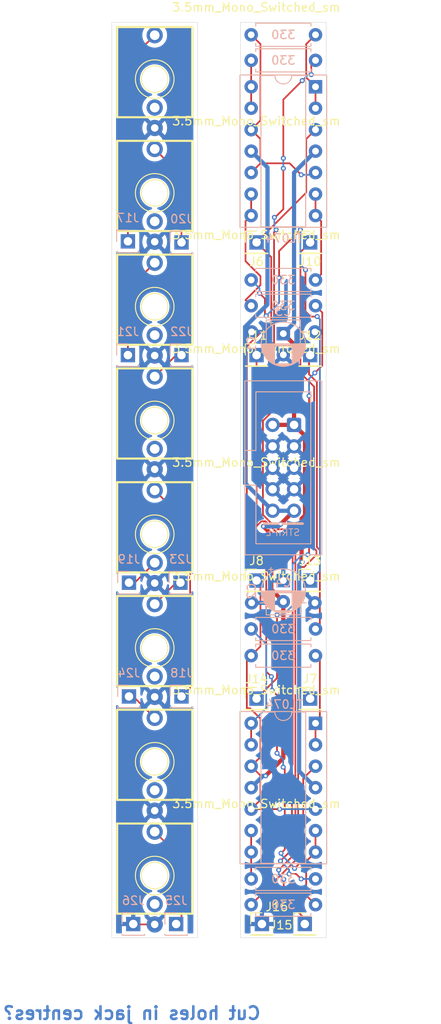
<source format=kicad_pcb>
(kicad_pcb (version 20240108) (generator "pcbnew") (generator_version "8.0")
  (layers (0 "F.Cu" signal) (31 "B.Cu" signal) (34 "B.Paste" user) (35 "F.Paste" user) (36 "B.SilkS" user "B.Silkscreen") (37 "F.SilkS" user "F.Silkscreen") (38 "B.Mask" user) (39 "F.Mask" user) (44 "Edge.Cuts" user))
  (net 0 "")
  (net 1 "+12V")
  (net 2 "GND")
  (net 3 "-12V")
  (net 4 "Net-(U1A--)")
  (net 5 "Net-(U1B--)")
  (net 6 "Net-(U1C--)")
  (net 7 "Net-(U1D--)")
  (net 8 "Net-(U2B-+)")
  (net 9 "Net-(U2A--)")
  (net 10 "Net-(U2B--)")
  (net 11 "Net-(U2C--)")
  (net 12 "Net-(U2D--)")
  (net 13 "GND_S")
  (net 15 "IN1_PIN1_S")
  (net 16 "IN2_PIN1_S")
  (net 17 "IN2_PIN3_S")
  (net 20 "OUT1_PIN1_S")
  (net 22 "OUT2_PIN1_S")
  (net 24 "OUT3_PIN1_S")
  (net 26 "OUT4_PIN1_S")
  (net 28 "OUT5_PIN1_S")
  (net 29 "OUT6_PIN1_S")
  (net 30 "IN2_PIN3_C")
  (net 31 "OUT1_PIN1_C")
  (net 32 "OUT2_PIN1_C")
  (net 33 "OUT3_PIN1_C")
  (net 34 "OUT4_PIN1_C")
  (net 35 "OUT5_PIN1_C")
  (net 36 "OUT6_PIN1_C")
  (net 37 "IN1_PIN1_C")
  (net 38 "IN2_PIN1_C")
  (footprint "Connector_PinHeader_2.54mm:PinHeader_1x01_P2.54mm_Vertical" (layer "F.Cu") (at 118.745 76.835)
    (property "Reference" "J6" (at 0 2.286 0) (layer "F.SilkS"))
    (property "Value" "Conn_01x01_Pin")
    (pad "1" thru_hole rect (at 0 0) (size 1.7 1.7) (drill 1) (layers "*.Cu" "*.Mask") (net 37 "IN1_PIN1_C"))
  )
  (footprint "Connector_PinHeader_2.54mm:PinHeader_1x01_P2.54mm_Vertical" (layer "F.Cu") (at 124.46 157.48)
    (property "Reference" "J15" (at -2.794 0.127 0) (layer "F.SilkS"))
    (property "Value" "Conn_01x01_Pin")
    (pad "1" thru_hole rect (at 0 0) (size 1.7 1.7) (drill 1) (layers "*.Cu" "*.Mask") (net 36 "OUT6_PIN1_C"))
  )
  (footprint "Library:EighthInch_PJ398SM_3mmNPTH" (layer "F.Cu") (at 106.68 111.379 -90)
    (property "Reference" "IN2" (hide yes))
    (property "Value" "3.5mm_Mono_Switched_sm" (at -7.9248 -1.9812 0) (layer "F.SilkS") (effects (justify left bottom)))
    (pad "" np_thru_hole circle (at -0.0127 0 270) (size 3 3) (drill 3) (layers "F&B.Cu" "*.Mask"))
    (pad "1" thru_hole circle (at -5.207 0 270) (size 1.9304 1.9304) (drill 1.143) (layers "*.Cu" "*.Mask") (net 16 "IN2_PIN1_S"))
    (pad "2" thru_hole circle (at 5.7658 0 270) (size 1.9304 1.9304) (drill 0.889) (layers "*.Cu" "*.Mask") (net 13 "GND_S"))
    (pad "3" thru_hole circle (at 3.3528 0 270) (size 1.9304 1.9304) (drill 1.143) (layers "*.Cu" "*.Mask") (net 17 "IN2_PIN3_S"))
  )
  (footprint "Connector_PinHeader_2.54mm:PinHeader_1x01_P2.54mm_Vertical" (layer "F.Cu") (at 125.095 76.835)
    (property "Reference" "J10" (at 0 2.286 0) (layer "F.SilkS"))
    (property "Value" "Conn_01x01_Pin")
    (pad "1" thru_hole rect (at 0 0) (size 1.7 1.7) (drill 1) (layers "*.Cu" "*.Mask") (net 31 "OUT1_PIN1_C"))
  )
  (footprint "Connector_PinHeader_2.54mm:PinHeader_1x01_P2.54mm_Vertical" (layer "F.Cu") (at 118.745 116.84)
    (property "Reference" "J8" (at 0 -2.33 0) (layer "F.SilkS"))
    (property "Value" "Conn_01x01_Pin")
    (pad "1" thru_hole rect (at 0 0) (size 1.7 1.7) (drill 1) (layers "*.Cu" "*.Mask") (net 30 "IN2_PIN3_C"))
  )
  (footprint "Library:EighthInch_PJ398SM_3mmNPTH" (layer "F.Cu") (at 106.68 97.917 -90)
    (property "Reference" "OUT3" (hide yes))
    (property "Value" "3.5mm_Mono_Switched_sm" (at -7.9248 -1.9812 0) (layer "F.SilkS") (effects (justify left bottom)))
    (pad "" np_thru_hole circle (at -0.0127 0 270) (size 3 3) (drill 3) (layers "F&B.Cu" "*.Mask"))
    (pad "1" thru_hole circle (at -5.207 0 270) (size 1.9304 1.9304) (drill 1.143) (layers "*.Cu" "*.Mask") (net 24 "OUT3_PIN1_S"))
    (pad "2" thru_hole circle (at 5.7658 0 270) (size 1.9304 1.9304) (drill 0.889) (layers "*.Cu" "*.Mask") (net 13 "GND_S"))
    (pad "3" thru_hole circle (at 3.3528 0 270) (size 1.9304 1.9304) (drill 1.143) (layers "*.Cu" "*.Mask"))
  )
  (footprint "Connector_PinHeader_2.54mm:PinHeader_1x01_P2.54mm_Vertical" (layer "F.Cu") (at 119.38 157.48)
    (property "Reference" "J16" (at 1.778 -2.032 0) (layer "F.SilkS"))
    (property "Value" "Conn_01x01_Pin")
    (pad "1" thru_hole rect (at 0 0) (size 1.7 1.7) (drill 1) (layers "*.Cu" "*.Mask") (net 2 "GND"))
  )
  (footprint "Connector_PinHeader_2.54mm:PinHeader_1x01_P2.54mm_Vertical" (layer "F.Cu") (at 118.745 90.17)
    (property "Reference" "J11" (at 0 -2.33 0) (layer "F.SilkS"))
    (property "Value" "Conn_01x01_Pin")
    (pad "1" thru_hole rect (at 0 0) (size 1.7 1.7) (drill 1) (layers "*.Cu" "*.Mask") (net 32 "OUT2_PIN1_C"))
  )
  (footprint "Library:EighthInch_PJ398SM_3mmNPTH" (layer "F.Cu") (at 106.68 138.303 -90)
    (property "Reference" "OUT5" (hide yes))
    (property "Value" "3.5mm_Mono_Switched_sm" (at -7.9248 -1.9812 0) (layer "F.SilkS") (effects (justify left bottom)))
    (pad "" np_thru_hole circle (at -0.0127 0 270) (size 3 3) (drill 3) (layers "F&B.Cu" "*.Mask"))
    (pad "1" thru_hole circle (at -5.207 0 270) (size 1.9304 1.9304) (drill 1.143) (layers "*.Cu" "*.Mask") (net 28 "OUT5_PIN1_S"))
    (pad "2" thru_hole circle (at 5.7658 0 270) (size 1.9304 1.9304) (drill 0.889) (layers "*.Cu" "*.Mask") (net 13 "GND_S"))
    (pad "3" thru_hole circle (at 3.3528 0 270) (size 1.9304 1.9304) (drill 1.143) (layers "*.Cu" "*.Mask"))
  )
  (footprint "Library:EighthInch_PJ398SM_3mmNPTH" (layer "F.Cu") (at 106.68 84.455 -90)
    (property "Reference" "OUT2" (hide yes))
    (property "Value" "3.5mm_Mono_Switched_sm" (at -7.9248 -1.9812 0) (layer "F.SilkS") (effects (justify left bottom)))
    (pad "" np_thru_hole circle (at -0.0127 0 270) (size 3 3) (drill 3) (layers "F&B.Cu" "*.Mask"))
    (pad "1" thru_hole circle (at -5.207 0 270) (size 1.9304 1.9304) (drill 1.143) (layers "*.Cu" "*.Mask") (net 22 "OUT2_PIN1_S"))
    (pad "2" thru_hole circle (at 5.7658 0 270) (size 1.9304 1.9304) (drill 0.889) (layers "*.Cu" "*.Mask") (net 13 "GND_S"))
    (pad "3" thru_hole circle (at 3.3528 0 270) (size 1.9304 1.9304) (drill 1.143) (layers "*.Cu" "*.Mask"))
  )
  (footprint "Library:EighthInch_PJ398SM_3mmNPTH" (layer "F.Cu") (at 106.68 57.531 -90)
    (property "Reference" "IN1" (hide yes))
    (property "Value" "3.5mm_Mono_Switched_sm" (at -7.9248 -1.9812 0) (layer "F.SilkS") (effects (justify left bottom)))
    (pad "" np_thru_hole circle (at -0.0127 0 270) (size 3 3) (drill 3) (layers "F&B.Cu" "*.Mask"))
    (pad "1" thru_hole circle (at -5.207 0 270) (size 1.9304 1.9304) (drill 1.143) (layers "*.Cu" "*.Mask") (net 15 "IN1_PIN1_S"))
    (pad "2" thru_hole circle (at 5.7658 0 270) (size 1.9304 1.9304) (drill 0.889) (layers "*.Cu" "*.Mask") (net 13 "GND_S"))
    (pad "3" thru_hole circle (at 3.3528 0 270) (size 1.9304 1.9304) (drill 1.143) (layers "*.Cu" "*.Mask"))
  )
  (footprint "Connector_PinHeader_2.54mm:PinHeader_1x01_P2.54mm_Vertical" (layer "F.Cu") (at 125.095 116.84)
    (property "Reference" "J13" (at 0 -2.33 0) (layer "F.SilkS"))
    (property "Value" "Conn_01x01_Pin")
    (pad "1" thru_hole rect (at 0 0) (size 1.7 1.7) (drill 1) (layers "*.Cu" "*.Mask") (net 34 "OUT4_PIN1_C"))
  )
  (footprint "Connector_PinHeader_2.54mm:PinHeader_1x01_P2.54mm_Vertical" (layer "F.Cu") (at 118.745 130.81)
    (property "Reference" "J14" (at 0 -2.33 0) (layer "F.SilkS"))
    (property "Value" "Conn_01x01_Pin")
    (pad "1" thru_hole rect (at 0 0) (size 1.7 1.7) (drill 1) (layers "*.Cu" "*.Mask") (net 35 "OUT5_PIN1_C"))
  )
  (footprint "Library:EighthInch_PJ398SM_3mmNPTH" (layer "F.Cu") (at 106.68 70.993 -90)
    (property "Reference" "OUT1" (hide yes))
    (property "Value" "3.5mm_Mono_Switched_sm" (at -7.9248 -1.9812 0) (layer "F.SilkS") (effects (justify left bottom)))
    (pad "" np_thru_hole circle (at -0.0127 0 270) (size 3 3) (drill 3) (layers "F&B.Cu" "*.Mask"))
    (pad "1" thru_hole circle (at -5.207 0 270) (size 1.9304 1.9304) (drill 1.143) (layers "*.Cu" "*.Mask") (net 20 "OUT1_PIN1_S"))
    (pad "2" thru_hole circle (at 5.7658 0 270) (size 1.9304 1.9304) (drill 0.889) (layers "*.Cu" "*.Mask") (net 13 "GND_S"))
    (pad "3" thru_hole circle (at 3.3528 0 270) (size 1.9304 1.9304) (drill 1.143) (layers "*.Cu" "*.Mask"))
  )
  (footprint "Library:EighthInch_PJ398SM_3mmNPTH" (layer "F.Cu") (at 106.68 151.765 -90)
    (property "Reference" "OUT6" (hide yes))
    (property "Value" "3.5mm_Mono_Switched_sm" (at -7.9248 -1.9812 0) (layer "F.SilkS") (effects (justify left bottom)))
    (pad "" np_thru_hole circle (at -0.0127 0 270) (size 3 3) (drill 3) (layers "F&B.Cu" "*.Mask"))
    (pad "1" thru_hole circle (at -5.207 0 270) (size 1.9304 1.9304) (drill 1.143) (layers "*.Cu" "*.Mask") (net 29 "OUT6_PIN1_S"))
    (pad "2" thru_hole circle (at 5.7658 0 270) (size 1.9304 1.9304) (drill 0.889) (layers "*.Cu" "*.Mask") (net 13 "GND_S"))
    (pad "3" thru_hole circle (at 3.3528 0 270) (size 1.9304 1.9304) (drill 1.143) (layers "*.Cu" "*.Mask"))
  )
  (footprint "Connector_PinHeader_2.54mm:PinHeader_1x01_P2.54mm_Vertical" (layer "F.Cu") (at 125.095 130.81)
    (property "Reference" "J7" (at 0 -2.33 0) (layer "F.SilkS"))
    (property "Value" "Conn_01x01_Pin")
    (pad "1" thru_hole rect (at 0 0) (size 1.7 1.7) (drill 1) (layers "*.Cu" "*.Mask") (net 38 "IN2_PIN1_C"))
  )
  (footprint "Connector_PinHeader_2.54mm:PinHeader_1x01_P2.54mm_Vertical" (layer "F.Cu") (at 125.095 90.17)
    (property "Reference" "J12" (at 0 -2.33 0) (layer "F.SilkS"))
    (property "Value" "Conn_01x01_Pin")
    (pad "1" thru_hole rect (at 0 0) (size 1.7 1.7) (drill 1) (layers "*.Cu" "*.Mask") (net 33 "OUT3_PIN1_C"))
  )
  (footprint "Library:EighthInch_PJ398SM_3mmNPTH" (layer "F.Cu") (at 106.68 124.841 -90)
    (property "Reference" "OUT4" (hide yes))
    (property "Value" "3.5mm_Mono_Switched_sm" (at -7.9248 -1.9812 0) (layer "F.SilkS") (effects (justify left bottom)))
    (pad "" np_thru_hole circle (at -0.0127 0 270) (size 3 3) (drill 3) (layers "F&B.Cu" "*.Mask"))
    (pad "1" thru_hole circle (at -5.207 0 270) (size 1.9304 1.9304) (drill 1.143) (layers "*.Cu" "*.Mask") (net 26 "OUT4_PIN1_S"))
    (pad "2" thru_hole circle (at 5.7658 0 270) (size 1.9304 1.9304) (drill 0.889) (layers "*.Cu" "*.Mask") (net 13 "GND_S"))
    (pad "3" thru_hole circle (at 3.3528 0 270) (size 1.9304 1.9304) (drill 1.143) (layers "*.Cu" "*.Mask"))
  )
  (footprint "Resistor_THT:R_Axial_DIN0207_L6.3mm_D2.5mm_P7.62mm_Horizontal" (layer "B.Cu") (at 118.11 55.2958)
    (property "Reference" "R8" (hide yes))
    (property "Value" "330" (at 3.81 0 0) (layer "B.SilkS") (effects (justify mirror)))
    (pad "1" thru_hole circle (at 0 0) (size 1.6 1.6) (drill 0.8) (layers "*.Cu" "*.Mask") (net 12 "Net-(U2D--)"))
    (pad "2" thru_hole oval (at 7.62 0) (size 1.6 1.6) (drill 0.8) (layers "*.Cu" "*.Mask") (net 36 "OUT6_PIN1_C"))
  )
  (footprint "Connector_PinSocket_2.54mm:PinSocket_1x01_P2.54mm_Vertical" (layer "B.Cu") (at 103.505 90.17 180)
    (property "Reference" "J21" (at 0 2.77 180) (layer "B.SilkS") (effects (justify mirror)))
    (property "Value" "Conn_01x01_Socket")
    (pad "1" thru_hole rect (at 0 0 180) (size 1.7 1.7) (drill 1) (layers "*.Cu" "*.Mask") (net 22 "OUT2_PIN1_S"))
  )
  (footprint "Connector_PinSocket_2.54mm:PinSocket_1x01_P2.54mm_Vertical" (layer "B.Cu") (at 109.855 90.17 180)
    (property "Reference" "J22" (at 0 2.77 180) (layer "B.SilkS") (effects (justify mirror)))
    (property "Value" "Conn_01x01_Socket")
    (pad "1" thru_hole rect (at 0 0 180) (size 1.7 1.7) (drill 1) (layers "*.Cu" "*.Mask") (net 24 "OUT3_PIN1_S"))
  )
  (footprint "Connector_PinSocket_2.54mm:PinSocket_1x01_P2.54mm_Vertical" (layer "B.Cu") (at 109.855 76.835 180)
    (property "Reference" "J20" (at 0 2.77 180) (layer "B.SilkS") (effects (justify mirror)))
    (property "Value" "Conn_01x01_Socket")
    (pad "1" thru_hole rect (at 0 0 180) (size 1.7 1.7) (drill 1) (layers "*.Cu" "*.Mask") (net 20 "OUT1_PIN1_S"))
  )
  (footprint "Library:IDC-Header_2x05_P2.54mm_Vertical_Euro_Power_Striped" (layer "B.Cu") (at 123.19 98.425 180)
    (property "Reference" "J9" (hide yes))
    (property "Value" "Eurorack_Power_10pin_Unshrouded" (hide yes))
    (fp_text user "STRIPE" (at -0.759 -13.196 0) (layer "B.SilkS") (effects (font (size 0.8 0.8) (thickness 0.1)) (justify left bottom mirror)))
    (pad "1" thru_hole roundrect (at 0 0 180) (size 1.7 1.7) (drill 1) (layers "*.Cu" "*.Mask") (roundrect_rratio 0.147059) (net 1 "+12V"))
    (pad "2" thru_hole circle (at 2.54 0 180) (size 1.7 1.7) (drill 1) (layers "*.Cu" "*.Mask") (net 1 "+12V"))
    (pad "3" thru_hole circle (at 0 -2.54 180) (size 1.7 1.7) (drill 1) (layers "*.Cu" "*.Mask") (net 2 "GND"))
    (pad "4" thru_hole circle (at 2.54 -2.54 180) (size 1.7 1.7) (drill 1) (layers "*.Cu" "*.Mask") (net 2 "GND"))
    (pad "5" thru_hole circle (at 0 -5.08 180) (size 1.7 1.7) (drill 1) (layers "*.Cu" "*.Mask") (net 2 "GND"))
    (pad "6" thru_hole circle (at 2.54 -5.08 180) (size 1.7 1.7) (drill 1) (layers "*.Cu" "*.Mask") (net 2 "GND"))
    (pad "7" thru_hole circle (at 0 -7.62 180) (size 1.7 1.7) (drill 1) (layers "*.Cu" "*.Mask") (net 2 "GND"))
    (pad "8" thru_hole circle (at 2.54 -7.62 180) (size 1.7 1.7) (drill 1) (layers "*.Cu" "*.Mask") (net 2 "GND"))
    (pad "9" thru_hole circle (at 0 -10.16 180) (size 1.7 1.7) (drill 1) (layers "*.Cu" "*.Mask") (net 3 "-12V"))
    (pad "10" thru_hole circle (at 2.54 -10.16 180) (size 1.7 1.7) (drill 1) (layers "*.Cu" "*.Mask") (net 3 "-12V"))
  )
  (footprint "Resistor_THT:R_Axial_DIN0207_L6.3mm_D2.5mm_P7.62mm_Horizontal" (layer "B.Cu") (at 125.73 155.194 180)
    (property "Reference" "R2" (hide yes))
    (property "Value" "330" (at 3.81 0 180) (layer "B.SilkS") (effects (justify mirror)))
    (pad "1" thru_hole circle (at 0 0 180) (size 1.6 1.6) (drill 0.8) (layers "*.Cu" "*.Mask") (net 5 "Net-(U1B--)"))
    (pad "2" thru_hole oval (at 7.62 0 180) (size 1.6 1.6) (drill 0.8) (layers "*.Cu" "*.Mask") (net 31 "OUT1_PIN1_C"))
  )
  (footprint "Connector_PinSocket_2.54mm:PinSocket_1x01_P2.54mm_Vertical" (layer "B.Cu") (at 103.632 117.094 180)
    (property "Reference" "J19" (at 0 2.77 180) (layer "B.SilkS") (effects (justify mirror)))
    (property "Value" "Conn_01x01_Socket")
    (pad "1" thru_hole rect (at 0 0 180) (size 1.7 1.7) (drill 1) (layers "*.Cu" "*.Mask") (net 17 "IN2_PIN3_S"))
  )
  (footprint "Connector_PinSocket_2.54mm:PinSocket_1x01_P2.54mm_Vertical" (layer "B.Cu") (at 104.14 157.48 180)
    (property "Reference" "J26" (at 0 2.77 180) (layer "B.SilkS") (effects (justify mirror)))
    (property "Value" "Conn_01x01_Socket")
    (pad "1" thru_hole rect (at 0 0 180) (size 1.7 1.7) (drill 1) (layers "*.Cu" "*.Mask") (net 13 "GND_S"))
  )
  (footprint "Resistor_THT:R_Axial_DIN0207_L6.3mm_D2.5mm_P7.62mm_Horizontal" (layer "B.Cu") (at 118.11 122.575)
    (property "Reference" "R4" (hide yes))
    (property "Value" "330" (at 3.81 0 0) (layer "B.SilkS") (effects (justify mirror)))
    (pad "1" thru_hole circle (at 0 0) (size 1.6 1.6) (drill 0.8) (layers "*.Cu" "*.Mask") (net 7 "Net-(U1D--)"))
    (pad "2" thru_hole oval (at 7.62 0) (size 1.6 1.6) (drill 0.8) (layers "*.Cu" "*.Mask") (net 33 "OUT3_PIN1_C"))
  )
  (footprint "Package_DIP:DIP-14_W7.62mm_Socket" (layer "B.Cu") (at 125.73 133.731 180)
    (property "Reference" "U1" (hide yes))
    (property "Value" "TL074" (at 3.7084 2.2352 180) (layer "B.SilkS") (effects (justify mirror)))
    (pad "1" thru_hole rect (at 0 0 180) (size 1.6 1.6) (drill 0.8) (layers "*.Cu" "*.Mask") (net 4 "Net-(U1A--)"))
    (pad "2" thru_hole oval (at 0 -2.54 180) (size 1.6 1.6) (drill 0.8) (layers "*.Cu" "*.Mask") (net 4 "Net-(U1A--)"))
    (pad "3" thru_hole oval (at 0 -5.08 180) (size 1.6 1.6) (drill 0.8) (layers "*.Cu" "*.Mask") (net 37 "IN1_PIN1_C"))
    (pad "4" thru_hole oval (at 0 -7.62 180) (size 1.6 1.6) (drill 0.8) (layers "*.Cu" "*.Mask") (net 1 "+12V"))
    (pad "5" thru_hole oval (at 0 -10.16 180) (size 1.6 1.6) (drill 0.8) (layers "*.Cu" "*.Mask") (net 30 "IN2_PIN3_C"))
    (pad "6" thru_hole oval (at 0 -12.7 180) (size 1.6 1.6) (drill 0.8) (layers "*.Cu" "*.Mask") (net 5 "Net-(U1B--)"))
    (pad "7" thru_hole oval (at 0 -15.24 180) (size 1.6 1.6) (drill 0.8) (layers "*.Cu" "*.Mask") (net 5 "Net-(U1B--)"))
    (pad "8" thru_hole oval (at 7.62 -15.24 180) (size 1.6 1.6) (drill 0.8) (layers "*.Cu" "*.Mask") (net 6 "Net-(U1C--)"))
    (pad "9" thru_hole oval (at 7.62 -12.7 180) (size 1.6 1.6) (drill 0.8) (layers "*.Cu" "*.Mask") (net 6 "Net-(U1C--)"))
    (pad "10" thru_hole oval (at 7.62 -10.16 180) (size 1.6 1.6) (drill 0.8) (layers "*.Cu" "*.Mask") (net 30 "IN2_PIN3_C"))
    (pad "11" thru_hole oval (at 7.62 -7.62 180) (size 1.6 1.6) (drill 0.8) (layers "*.Cu" "*.Mask") (net 3 "-12V"))
    (pad "12" thru_hole oval (at 7.62 -5.08 180) (size 1.6 1.6) (drill 0.8) (layers "*.Cu" "*.Mask") (net 30 "IN2_PIN3_C"))
    (pad "13" thru_hole oval (at 7.62 -2.54 180) (size 1.6 1.6) (drill 0.8) (layers "*.Cu" "*.Mask") (net 7 "Net-(U1D--)"))
    (pad "14" thru_hole oval (at 7.62 0 180) (size 1.6 1.6) (drill 0.8) (layers "*.Cu" "*.Mask") (net 7 "Net-(U1D--)"))
  )
  (footprint "Resistor_THT:R_Axial_DIN0207_L6.3mm_D2.5mm_P7.62mm_Horizontal" (layer "B.Cu") (at 125.73 81.28 180)
    (property "Reference" "R6" (hide yes))
    (property "Value" "330" (at 3.81 0 180) (layer "B.SilkS") (effects (justify mirror)))
    (pad "1" thru_hole circle (at 0 0 180) (size 1.6 1.6) (drill 0.8) (layers "*.Cu" "*.Mask") (net 10 "Net-(U2B--)"))
    (pad "2" thru_hole oval (at 7.62 0 180) (size 1.6 1.6) (drill 0.8) (layers "*.Cu" "*.Mask") (net 34 "OUT4_PIN1_C"))
  )
  (footprint "Connector_PinSocket_2.54mm:PinSocket_1x01_P2.54mm_Vertical" (layer "B.Cu") (at 103.632 130.556 180)
    (property "Reference" "J24" (at 0 2.77 180) (layer "B.SilkS") (effects (justify mirror)))
    (property "Value" "Conn_01x01_Socket")
    (pad "1" thru_hole rect (at 0 0 180) (size 1.7 1.7) (drill 1) (layers "*.Cu" "*.Mask") (net 28 "OUT5_PIN1_S"))
  )
  (footprint "Connector_PinSocket_2.54mm:PinSocket_1x01_P2.54mm_Vertical" (layer "B.Cu") (at 109.855 130.556 180)
    (property "Reference" "J18" (at 0 2.77 180) (layer "B.SilkS") (effects (justify mirror)))
    (property "Value" "Conn_01x01_Socket")
    (pad "1" thru_hole rect (at 0 0 180) (size 1.7 1.7) (drill 1) (layers "*.Cu" "*.Mask") (net 16 "IN2_PIN1_S"))
  )
  (footprint "Resistor_THT:R_Axial_DIN0207_L6.3mm_D2.5mm_P7.62mm_Horizontal" (layer "B.Cu") (at 118.11 84.328)
    (property "Reference" "R7" (hide yes))
    (property "Value" "330" (at 3.81 0 0) (layer "B.SilkS") (effects (justify mirror)))
    (pad "1" thru_hole circle (at 0 0) (size 1.6 1.6) (drill 0.8) (layers "*.Cu" "*.Mask") (net 11 "Net-(U2C--)"))
    (pad "2" thru_hole oval (at 7.62 0) (size 1.6 1.6) (drill 0.8) (layers "*.Cu" "*.Mask") (net 35 "OUT5_PIN1_C"))
  )
  (footprint "Capacitor_THT:CP_Radial_D5.0mm_P2.50mm" (layer "B.Cu") (at 121.92 87.63 -90)
    (property "Reference" "C1" (at 1.25 3.75 -90) (layer "B.SilkS") (effects (justify mirror)))
    (property "Value" "10u")
    (pad "1" thru_hole rect (at 0 0 270) (size 1.6 1.6) (drill 0.8) (layers "*.Cu" "*.Mask") (net 1 "+12V"))
    (pad "2" thru_hole circle (at 2.5 0 270) (size 1.6 1.6) (drill 0.8) (layers "*.Cu" "*.Mask") (net 2 "GND"))
  )
  (footprint "Resistor_THT:R_Axial_DIN0207_L6.3mm_D2.5mm_P7.62mm_Horizontal" (layer "B.Cu") (at 125.73 125.73 180)
    (property "Reference" "R1" (hide yes))
    (property "Value" "330" (at 3.81 0 180) (layer "B.SilkS") (effects (justify mirror)))
    (pad "1" thru_hole circle (at 0 0 180) (size 1.6 1.6) (drill 0.8) (layers "*.Cu" "*.Mask") (net 4 "Net-(U1A--)"))
    (pad "2" thru_hole oval (at 7.62 0 180) (size 1.6 1.6) (drill 0.8) (layers "*.Cu" "*.Mask") (net 30 "IN2_PIN3_C"))
  )
  (footprint "Connector_PinSocket_2.54mm:PinSocket_1x01_P2.54mm_Vertical" (layer "B.Cu") (at 103.505 76.708 180)
    (property "Reference" "J17" (at 0 2.77 180) (layer "B.SilkS") (effects (justify mirror)))
    (property "Value" "Conn_01x01_Socket")
    (pad "1" thru_hole rect (at 0 0 180) (size 1.7 1.7) (drill 1) (layers "*.Cu" "*.Mask") (net 15 "IN1_PIN1_S"))
  )
  (footprint "Resistor_THT:R_Axial_DIN0207_L6.3mm_D2.5mm_P7.62mm_Horizontal" (layer "B.Cu") (at 125.73 52.2732 180)
    (property "Reference" "R5" (hide yes))
    (property "Value" "330" (at 3.81 0 180) (layer "B.SilkS") (effects (justify mirror)))
    (pad "1" thru_hole circle (at 0 0 180) (size 1.6 1.6) (drill 0.8) (layers "*.Cu" "*.Mask") (net 9 "Net-(U2A--)"))
    (pad "2" thru_hole oval (at 7.62 0 180) (size 1.6 1.6) (drill 0.8) (layers "*.Cu" "*.Mask") (net 8 "Net-(U2B-+)"))
  )
  (footprint "Capacitor_THT:C_Axial_L3.8mm_D2.6mm_P7.50mm_Horizontal" (layer "B.Cu") (at 125.6608 119.4816 180)
    (property "Reference" "C4" (at 3.75 2.42 180) (layer "B.SilkS") (effects (justify mirror)))
    (property "Value" "100n")
    (pad "1" thru_hole circle (at 0 0 180) (size 1.6 1.6) (drill 0.8) (layers "*.Cu" "*.Mask") (net 2 "GND"))
    (pad "2" thru_hole oval (at 7.5 0 180) (size 1.6 1.6) (drill 0.8) (layers "*.Cu" "*.Mask") (net 3 "-12V"))
  )
  (footprint "Connector_PinSocket_2.54mm:PinSocket_1x01_P2.54mm_Vertical" (layer "B.Cu") (at 109.728 117.094 180)
    (property "Reference" "J23" (at 0 2.77 180) (layer "B.SilkS") (effects (justify mirror)))
    (property "Value" "Conn_01x01_Socket")
    (pad "1" thru_hole rect (at 0 0 180) (size 1.7 1.7) (drill 1) (layers "*.Cu" "*.Mask") (net 26 "OUT4_PIN1_S"))
  )
  (footprint "Capacitor_THT:C_Axial_L3.8mm_D2.6mm_P7.50mm_Horizontal" (layer "B.Cu") (at 125.6608 87.4268 180)
    (property "Reference" "C3" (at 3.75 2.42 180) (layer "B.SilkS") (effects (justify mirror)))
    (property "Value" "100n")
    (pad "1" thru_hole circle (at 0 0 180) (size 1.6 1.6) (drill 0.8) (layers "*.Cu" "*.Mask") (net 1 "+12V"))
    (pad "2" thru_hole oval (at 7.5 0 180) (size 1.6 1.6) (drill 0.8) (layers "*.Cu" "*.Mask") (net 2 "GND"))
  )
  (footprint "Package_DIP:DIP-14_W7.62mm_Socket" (layer "B.Cu") (at 125.73 58.42 180)
    (property "Reference" "U2" (hide yes))
    (property "Value" "TL074" (at 3.7084 -17.9324 180) (layer "B.SilkS") (effects (justify mirror)))
    (pad "1" thru_hole rect (at 0 0 180) (size 1.6 1.6) (drill 0.8) (layers "*.Cu" "*.Mask") (net 9 "Net-(U2A--)"))
    (pad "2" thru_hole oval (at 0 -2.54 180) (size 1.6 1.6) (drill 0.8) (layers "*.Cu" "*.Mask") (net 9 "Net-(U2A--)"))
    (pad "3" thru_hole oval (at 0 -5.08 180) (size 1.6 1.6) (drill 0.8) (layers "*.Cu" "*.Mask") (net 37 "IN1_PIN1_C"))
    (pad "4" thru_hole oval (at 0 -7.62 180) (size 1.6 1.6) (drill 0.8) (layers "*.Cu" "*.Mask") (net 1 "+12V"))
    (pad "5" thru_hole oval (at 0 -10.16 180) (size 1.6 1.6) (drill 0.8) (layers "*.Cu" "*.Mask") (net 8 "Net-(U2B-+)"))
    (pad "6" thru_hole oval (at 0 -12.7 180) (size 1.6 1.6) (drill 0.8) (layers "*.Cu" "*.Mask") (net 10 "Net-(U2B--)"))
    (pad "7" thru_hole oval (at 0 -15.24 180) (size 1.6 1.6) (drill 0.8) (layers "*.Cu" "*.Mask") (net 10 "Net-(U2B--)"))
    (pad "8" thru_hole oval (at 7.62 -15.24 180) (size 1.6 1.6) (drill 0.8) (layers "*.Cu" "*.Mask") (net 11 "Net-(U2C--)"))
    (pad "9" thru_hole oval (at 7.62 -12.7 180) (size 1.6 1.6) (drill 0.8) (layers "*.Cu" "*.Mask") (net 11 "Net-(U2C--)"))
    (pad "10" thru_hole oval (at 7.62 -10.16 180) (size 1.6 1.6) (drill 0.8) (layers "*.Cu" "*.Mask") (net 8 "Net-(U2B-+)"))
    (pad "11" thru_hole oval (at 7.62 -7.62 180) (size 1.6 1.6) (drill 0.8) (layers "*.Cu" "*.Mask") (net 3 "-12V"))
    (pad "12" thru_hole oval (at 7.62 -5.08 180) (size 1.6 1.6) (drill 0.8) (layers "*.Cu" "*.Mask") (net 8 "Net-(U2B-+)"))
    (pad "13" thru_hole oval (at 7.62 -2.54 180) (size 1.6 1.6) (drill 0.8) (layers "*.Cu" "*.Mask") (net 12 "Net-(U2D--)"))
    (pad "14" thru_hole oval (at 7.62 0 180) (size 1.6 1.6) (drill 0.8) (layers "*.Cu" "*.Mask") (net 12 "Net-(U2D--)"))
  )
  (footprint "Resistor_THT:R_Axial_DIN0207_L6.3mm_D2.5mm_P7.62mm_Horizontal" (layer "B.Cu") (at 118.11 152.146)
    (property "Reference" "R3" (hide yes))
    (property "Value" "330" (at 3.81 0 0) (layer "B.SilkS") (effects (justify mirror)))
    (pad "1" thru_hole circle (at 0 0) (size 1.6 1.6) (drill 0.8) (layers "*.Cu" "*.Mask") (net 6 "Net-(U1C--)"))
    (pad "2" thru_hole oval (at 7.62 0) (size 1.6 1.6) (drill 0.8) (layers "*.Cu" "*.Mask") (net 32 "OUT2_PIN1_C"))
  )
  (footprint "Capacitor_THT:CP_Radial_D5.0mm_P2.50mm" (layer "B.Cu") (at 121.92 116.84 -90)
    (property "Reference" "C2" (at 1.25 3.75 -90) (layer "B.SilkS") (effects (justify mirror)))
    (property "Value" "10u")
    (pad "1" thru_hole rect (at 0 0 270) (size 1.6 1.6) (drill 0.8) (layers "*.Cu" "*.Mask") (net 2 "GND"))
    (pad "2" thru_hole circle (at 2.5 0 270) (size 1.6 1.6) (drill 0.8) (layers "*.Cu" "*.Mask") (net 3 "-12V"))
  )
  (footprint "Connector_PinSocket_2.54mm:PinSocket_1x01_P2.54mm_Vertical" (layer "B.Cu") (at 109.22 157.48 180)
    (property "Reference" "J25" (at 0 2.77 180) (layer "B.SilkS") (effects (justify mirror)))
    (property "Value" "Conn_01x01_Socket")
    (pad "1" thru_hole rect (at 0 0 180) (size 1.7 1.7) (drill 1) (layers "*.Cu" "*.Mask") (net 29 "OUT6_PIN1_S"))
  )
  (gr_rect (start 116.84 50.8) (end 127 159.1) (stroke (width 0.05)) (fill none) (layer "Edge.Cuts"))
  (gr_rect (start 101.6 50.8) (end 111.76 159.1) (stroke (width 0.05)) (fill none) (layer "Edge.Cuts"))
  (gr_text "Cut holes in jack centres?" (at 119.38 168.91 0) (layer "B.Cu") (effects (font (size 1.5 1.5) (thickness 0.3) (bold yes)) (justify left bottom mirror)))
  (segment (start 120.65 98.425) (end 123.19 98.425) (width 0.5) (layer "F.Cu") (net 1))
  (segment (start 124.079 109.534478) (end 124.079 114.575473) (width 0.5) (layer "F.Cu") (net 1))
  (segment (start 124.49 109.123478) (end 124.079 109.534478) (width 0.5) (layer "F.Cu") (net 1))
  (segment (start 123.19 88.9) (end 121.92 87.63) (width 0.5) (layer "F.Cu") (net 1))
  (segment (start 124.079 114.575473) (end 124.145 114.641473) (width 0.5) (layer "F.Cu") (net 1))
  (segment (start 123.19 98.425) (end 123.19 88.9) (width 0.5) (layer "F.Cu") (net 1))
  (segment (start 123.19 98.425) (end 124.49 99.725) (width 0.5) (layer "F.Cu") (net 1))
  (segment (start 124.49 99.725) (end 124.49 109.123478) (width 0.5) (layer "F.Cu") (net 1))
  (via (at 124.145 114.641473) (size 0.6) (drill 0.3) (layers "F.Cu" "B.Cu") (net 1))
  (segment (start 123.795 139.416) (end 125.73 141.351) (width 0.5) (layer "B.Cu") (net 1))
  (segment (start 123.19 86.36) (end 121.92 87.63) (width 0.5) (layer "B.Cu") (net 1))
  (segment (start 124.145 114.641473) (end 123.795 114.991473) (width 0.5) (layer "B.Cu") (net 1))
  (segment (start 125.73 66.04) (end 123.19 68.58) (width 0.5) (layer "B.Cu") (net 1))
  (segment (start 123.795 114.991473) (end 123.795 139.416) (width 0.5) (layer "B.Cu") (net 1))
  (segment (start 123.19 68.58) (end 123.19 86.36) (width 0.5) (layer "B.Cu") (net 1))
  (segment (start 121.594592 110.180408) (end 123.19 108.585) (width 0.5) (layer "F.Cu") (net 3))
  (segment (start 121.92 137.844) (end 119.81 139.954) (width 0.5) (layer "F.Cu") (net 3))
  (segment (start 120.495 111.367324) (end 120.495 117.915) (width 0.5) (layer "F.Cu") (net 3))
  (segment (start 121.92 119.34) (end 121.92 137.844) (width 0.5) (layer "F.Cu") (net 3))
  (segment (start 120.495 117.915) (end 121.92 119.34) (width 0.5) (layer "F.Cu") (net 3))
  (segment (start 119.562338 110.434662) (end 120.495 111.367324) (width 0.5) (layer "F.Cu") (net 3))
  (via (at 121.594592 110.180408) (size 0.6) (drill 0.3) (layers "F.Cu" "B.Cu") (net 3))
  (via (at 119.562338 110.434662) (size 0.6) (drill 0.3) (layers "F.Cu" "B.Cu") (net 3))
  (via (at 119.81 139.954) (size 0.6) (drill 0.3) (layers "F.Cu" "B.Cu") (net 3))
  (segment (start 121.340338 110.434662) (end 121.594592 110.180408) (width 0.5) (layer "B.Cu") (net 3))
  (segment (start 118.1608 119.4816) (end 121.7784 119.4816) (width 0.5) (layer "B.Cu") (net 3))
  (segment (start 117.39 105.325) (end 117.39 86.826) (width 0.5) (layer "B.Cu") (net 3))
  (segment (start 120.045 67.975) (end 118.11 66.04) (width 0.5) (layer "B.Cu") (net 3))
  (segment (start 123.19 108.585) (end 120.65 108.585) (width 0.5) (layer "B.Cu") (net 3))
  (segment (start 119.507 139.954) (end 118.11 141.351) (width 0.5) (layer "B.Cu") (net 3))
  (segment (start 119.81 139.954) (end 119.507 139.954) (width 0.5) (layer "B.Cu") (net 3))
  (segment (start 117.39 86.826) (end 120.045 84.171) (width 0.5) (layer "B.Cu") (net 3))
  (segment (start 120.65 108.585) (end 117.39 105.325) (width 0.5) (layer "B.Cu") (net 3))
  (segment (start 119.562338 110.434662) (end 121.340338 110.434662) (width 0.5) (layer "B.Cu") (net 3))
  (segment (start 120.045 84.171) (end 120.045 67.975) (width 0.5) (layer "B.Cu") (net 3))
  (segment (start 121.7784 119.4816) (end 121.92 119.34) (width 0.5) (layer "B.Cu") (net 3))
  (segment (start 126.245 126.245) (end 125.73 125.73) (width 0.2) (layer "F.Cu") (net 4))
  (segment (start 126.245 133.216) (end 126.245 126.245) (width 0.2) (layer "F.Cu") (net 4))
  (segment (start 125.73 136.271) (end 125.73 133.731) (width 0.2) (layer "F.Cu") (net 4))
  (segment (start 125.73 133.731) (end 126.245 133.216) (width 0.2) (layer "F.Cu") (net 4))
  (segment (start 124.63 150.071) (end 125.73 148.971) (width 0.2) (layer "F.Cu") (net 5))
  (segment (start 125.73 148.971) (end 125.73 146.431) (width 0.2) (layer "F.Cu") (net 5))
  (segment (start 124.63 154.094) (end 124.63 150.071) (width 0.2) (layer "F.Cu") (net 5))
  (segment (start 125.73 155.194) (end 124.63 154.094) (width 0.2) (layer "F.Cu") (net 5))
  (segment (start 118.11 152.146) (end 118.11 148.971) (width 0.2) (layer "F.Cu") (net 6))
  (segment (start 118.11 148.971) (end 118.11 146.431) (width 0.2) (layer "F.Cu") (net 6))
  (segment (start 118.11 136.271) (end 118.11 133.731) (width 0.2) (layer "F.Cu") (net 7))
  (segment (start 118.11 122.575) (end 119.895 124.36) (width 0.2) (layer "B.Cu") (net 7))
  (segment (start 119.895 124.36) (end 119.895 131.946) (width 0.2) (layer "B.Cu") (net 7))
  (segment (start 119.895 131.946) (end 118.11 133.731) (width 0.2) (layer "B.Cu") (net 7))
  (segment (start 119.21 67.48) (end 119.21 64.6) (width 0.2) (layer "F.Cu") (net 8))
  (segment (start 118.11 63.5) (end 119.21 62.4) (width 0.2) (layer "F.Cu") (net 8))
  (segment (start 119.21 64.6) (end 118.11 63.5) (width 0.2) (layer "F.Cu") (net 8))
  (segment (start 119.21 62.4) (end 119.21 53.3732) (width 0.2) (layer "F.Cu") (net 8))
  (segment (start 118.11 68.58) (end 119.21 67.48) (width 0.2) (layer "F.Cu") (net 8))
  (segment (start 122.676 67.48) (end 124.03 68.834) (width 0.2) (layer "F.Cu") (net 8))
  (segment (start 119.21 53.3732) (end 118.11 52.2732) (width 0.2) (layer "F.Cu") (net 8))
  (segment (start 119.21 67.48) (end 122.676 67.48) (width 0.2) (layer "F.Cu") (net 8))
  (via (at 124.03 68.834) (size 0.6) (drill 0.3) (layers "F.Cu" "B.Cu") (net 8))
  (segment (start 125.476 68.834) (end 125.73 68.58) (width 0.2) (layer "B.Cu") (net 8))
  (segment (start 124.03 68.834) (end 125.476 68.834) (width 0.2) (layer "B.Cu") (net 8))
  (segment (start 124.63 57.32) (end 124.63 53.3732) (width 0.2) (layer "F.Cu") (net 9))
  (segment (start 125.73 58.42) (end 124.63 57.32) (width 0.2) (layer "F.Cu") (net 9))
  (segment (start 124.63 53.3732) (end 125.73 52.2732) (width 0.2) (layer "F.Cu") (net 9))
  (segment (start 125.73 58.42) (end 125.73 60.96) (width 0.2) (layer "F.Cu") (net 9))
  (segment (start 125.73 81.28) (end 126.4 80.61) (width 0.2) (layer "F.Cu") (net 10))
  (segment (start 126.4 80.61) (end 126.4 74.33) (width 0.2) (layer "F.Cu") (net 10))
  (segment (start 126.4 74.33) (end 125.73 73.66) (width 0.2) (layer "F.Cu") (net 10))
  (segment (start 125.73 73.66) (end 125.73 71.12) (width 0.2) (layer "F.Cu") (net 10))
  (segment (start 117.44 74.33) (end 118.11 73.66) (width 0.2) (layer "F.Cu") (net 11))
  (segment (start 119.21 81.888) (end 119.21 80.824365) (width 0.2) (layer "F.Cu") (net 11))
  (segment (start 117.44 83.658) (end 119.21 81.888) (width 0.2) (layer "F.Cu") (net 11))
  (segment (start 118.11 73.66) (end 118.11 71.12) (width 0.2) (layer "F.Cu") (net 11))
  (segment (start 119.21 80.824365) (end 117.44 79.054365) (width 0.2) (layer "F.Cu") (net 11))
  (segment (start 118.11 84.328) (end 117.44 83.658) (width 0.2) (layer "F.Cu") (net 11))
  (segment (start 117.44 79.054365) (end 117.44 74.33) (width 0.2) (layer "F.Cu") (net 11))
  (segment (start 118.11 60.96) (end 118.11 58.42) (width 0.2) (layer "F.Cu") (net 12))
  (segment (start 118.11 58.42) (end 118.11 55.2958) (width 0.2) (layer "F.Cu") (net 12))
  (segment (start 104.1908 157.5308) (end 104.14 157.48) (width 0.2) (layer "F.Cu") (net 13))
  (segment (start 106.68 157.5308) (end 104.1908 157.5308) (width 0.2) (layer "F.Cu") (net 13))
  (segment (start 103.5558 157.5308) (end 103.505 157.48) (width 0.2) (layer "F.Cu") (net 13))
  (segment (start 103.505 55.499) (end 103.505 76.708) (width 0.2) (layer "F.Cu") (net 15))
  (segment (start 106.68 52.324) (end 103.505 55.499) (width 0.2) (layer "F.Cu") (net 15))
  (segment (start 110.878 129.533) (end 110.878 110.37) (width 0.2) (layer "F.Cu") (net 16))
  (segment (start 110.878 110.37) (end 106.68 106.172) (width 0.2) (layer "F.Cu") (net 16))
  (segment (start 109.855 130.556) (end 110.878 129.533) (width 0.2) (layer "F.Cu") (net 16))
  (segment (start 104.3178 117.094) (end 106.68 114.7318) (width 0.2) (layer "F.Cu") (net 17))
  (segment (start 103.632 117.094) (end 104.3178 117.094) (width 0.2) (layer "F.Cu") (net 17))
  (segment (start 106.68 65.786) (end 109.855 68.961) (width 0.2) (layer "F.Cu") (net 20))
  (segment (start 109.855 68.961) (end 109.855 76.835) (width 0.2) (layer "F.Cu") (net 20))
  (segment (start 103.505 82.423) (end 103.505 90.17) (width 0.2) (layer "F.Cu") (net 22))
  (segment (start 106.68 79.248) (end 103.505 82.423) (width 0.2) (layer "F.Cu") (net 22))
  (segment (start 109.855 90.17) (end 109.22 90.17) (width 0.2) (layer "F.Cu") (net 24))
  (segment (start 109.22 90.17) (end 106.68 92.71) (width 0.2) (layer "F.Cu") (net 24))
  (segment (start 106.68 119.634) (end 109.22 117.094) (width 0.2) (layer "F.Cu") (net 26))
  (segment (start 109.22 117.094) (end 109.728 117.094) (width 0.2) (layer "F.Cu") (net 26))
  (segment (start 104.14 130.556) (end 106.68 133.096) (width 0.2) (layer "F.Cu") (net 28))
  (segment (start 103.632 130.556) (end 104.14 130.556) (width 0.2) (layer "F.Cu") (net 28))
  (segment (start 109.855 149.733) (end 109.855 157.48) (width 0.2) (layer "F.Cu") (net 29))
  (segment (start 106.68 146.558) (end 109.855 149.733) (width 0.2) (layer "F.Cu") (net 29))
  (segment (start 118.11 138.811) (end 119.21 137.711) (width 0.2) (layer "F.Cu") (net 30))
  (segment (start 119.21 117.305) (end 119.21 124.63) (width 0.2) (layer "F.Cu") (net 30))
  (segment (start 119.21 142.791) (end 119.21 139.911) (width 0.2) (layer "F.Cu") (net 30))
  (segment (start 119.21 139.911) (end 118.11 138.811) (width 0.2) (layer "F.Cu") (net 30))
  (segment (start 117.595 131.96) (end 117.595 126.245) (width 0.2) (layer "F.Cu") (net 30))
  (segment (start 119.21 133.18) (end 117.99 131.96) (width 0.2) (layer "F.Cu") (net 30))
  (segment (start 119.21 137.711) (end 119.21 133.18) (width 0.2) (layer "F.Cu") (net 30))
  (segment (start 119.21 124.63) (end 118.11 125.73) (width 0.2) (layer "F.Cu") (net 30))
  (segment (start 117.595 126.245) (end 118.11 125.73) (width 0.2) (layer "F.Cu") (net 30))
  (segment (start 118.11 143.891) (end 119.21 142.791) (width 0.2) (layer "F.Cu") (net 30))
  (segment (start 117.99 131.96) (end 117.595 131.96) (width 0.2) (layer "F.Cu") (net 30))
  (segment (start 121.4882 143.891) (end 118.11 143.891) (width 0.2) (layer "F.Cu") (net 30))
  (segment (start 118.745 116.84) (end 119.21 117.305) (width 0.2) (layer "F.Cu") (net 30))
  (via (at 121.4882 143.891) (size 0.6) (drill 0.3) (layers "F.Cu" "B.Cu") (net 30))
  (segment (start 121.4882 143.891) (end 125.73 143.891) (width 0.2) (layer "B.Cu") (net 30))
  (segment (start 125.84 113.795001) (end 125.84 113.297943) (width 0.2) (layer "F.Cu") (net 31))
  (segment (start 124.026527 115.241473) (end 124.393528 115.241473) (width 0.2) (layer "F.Cu") (net 31))
  (segment (start 125.567 93.903529) (end 123.945 92.281529) (width 0.2) (layer "F.Cu") (net 31))
  (segment (start 123.945 92.281529) (end 123.945 77.985) (width 0.2) (layer "F.Cu") (net 31))
  (segment (start 124.393528 115.241473) (end 125.84 113.795001) (width 0.2) (layer "F.Cu") (net 31))
  (segment (start 123.674 115.594) (end 124.026527 115.241473) (width 0.2) (layer "F.Cu") (net 31))
  (segment (start 123.674 149.63) (end 123.674 115.594) (width 0.2) (layer "F.Cu") (net 31))
  (segment (start 123.945 77.985) (end 125.095 76.835) (width 0.2) (layer "F.Cu") (net 31))
  (segment (start 118.11 155.194) (end 123.674 149.63) (width 0.2) (layer "F.Cu") (net 31))
  (segment (start 125.84 113.297943) (end 125.567 113.024943) (width 0.2) (layer "F.Cu") (net 31))
  (segment (start 125.567 113.024943) (end 125.567 93.903529) (width 0.2) (layer "F.Cu") (net 31))
  (segment (start 118.745 90.17) (end 118.745 110.465853) (width 0.2) (layer "F.Cu") (net 32))
  (segment (start 122.936 138.684) (end 122.936 148.67094) (width 0.2) (layer "F.Cu") (net 32))
  (segment (start 123.02 113.043795) (end 123.02 138.6) (width 0.2) (layer "F.Cu") (net 32))
  (segment (start 123.438265 151.554265) (end 124.03 152.146) (width 0.2) (layer "F.Cu") (net 32))
  (segment (start 123.02 138.6) (end 122.936 138.684) (width 0.2) (layer "F.Cu") (net 32))
  (segment (start 122.598265 151.554265) (end 123.438265 151.554265) (width 0.2) (layer "F.Cu") (net 32))
  (segment (start 119.810867 109.834662) (end 123.02 113.043795) (width 0.2) (layer "F.Cu") (net 32))
  (segment (start 122.936 148.67094) (end 121.57947 150.02747) (width 0.2) (layer "F.Cu") (net 32))
  (segment (start 119.313809 109.834662) (end 119.810867 109.834662) (width 0.2) (layer "F.Cu") (net 32))
  (segment (start 118.745 110.465853) (end 118.745 110.403471) (width 0.2) (layer "F.Cu") (net 32))
  (segment (start 118.745 110.403471) (end 119.313809 109.834662) (width 0.2) (layer "F.Cu") (net 32))
  (via (at 122.598265 151.554265) (size 0.6) (drill 0.3) (layers "F.Cu" "B.Cu") (net 32))
  (via (at 124.03 152.146) (size 0.6) (drill 0.3) (layers "F.Cu" "B.Cu") (net 32))
  (via (at 121.57947 150.02747) (size 0.6) (drill 0.3) (layers "F.Cu" "B.Cu") (net 32))
  (segment (start 121.57947 150.02747) (end 122.598265 151.046265) (width 0.2) (layer "B.Cu") (net 32))
  (segment (start 124.03 152.146) (end 125.73 152.146) (width 0.2) (layer "B.Cu") (net 32))
  (segment (start 122.598265 151.046265) (end 122.598265 151.554265) (width 0.2) (layer "B.Cu") (net 32))
  (segment (start 124.968 92.456) (end 124.968 90.297) (width 0.2) (layer "F.Cu") (net 33))
  (segment (start 125.894 93.368059) (end 124.981941 92.456) (width 0.2) (layer "F.Cu") (net 33))
  (segment (start 125.894 112.889495) (end 125.894 93.368059) (width 0.2) (layer "F.Cu") (net 33))
  (segment (start 124.981941 92.456) (end 124.968 92.456) (width 0.2) (layer "F.Cu") (net 33))
  (segment (start 125.73 122.575) (end 126.245 122.06) (width 0.2) (layer "F.Cu") (net 33))
  (segment (start 124.968 90.297) (end 125.095 90.17) (width 0.2) (layer "F.Cu") (net 33))
  (segment (start 126.245 122.06) (end 126.245 113.240495) (width 0.2) (layer "F.Cu") (net 33))
  (segment (start 126.245 113.240495) (end 125.894 112.889495) (width 0.2) (layer "F.Cu") (net 33))
  (segment (start 123.94 75.3364) (end 121.42 77.8564) (width 0.2) (layer "F.Cu") (net 34))
  (segment (start 125.93 85.612526) (end 125.160326 85.612526) (width 0.2) (layer "F.Cu") (net 34))
  (segment (start 125.160326 85.612526) (end 124.545 84.9972) (width 0.2) (layer "F.Cu") (net 34))
  (segment (start 124.545 84.9972) (end 124.545 80.0862) (width 0.2) (layer "F.Cu") (net 34))
  (segment (start 119.888 85.5218) (end 119.7356 85.3694) (width 0.2) (layer "F.Cu") (net 34))
  (segment (start 121.42 77.8564) (end 121.42 81.026) (width 0.2) (layer "F.Cu") (net 34))
  (segment (start 119.7356 83.4898) (end 119.096165 82.850365) (width 0.2) (layer "F.Cu") (net 34))
  (segment (start 119.7356 85.3694) (end 119.7356 83.4898) (width 0.2) (layer "F.Cu") (net 34))
  (via (at 119.888 85.5218) (size 0.6) (drill 0.3) (layers "F.Cu" "B.Cu") (net 34))
  (via (at 119.096165 82.850365) (size 0.6) (drill 0.3) (layers "F.Cu" "B.Cu") (net 34))
  (via (at 121.42 81.026) (size 0.6) (drill 0.3) (layers "F.Cu" "B.Cu") (net 34))
  (via (at 123.94 75.3364) (size 0.6) (drill 0.3) (layers "F.Cu" "B.Cu") (net 34))
  (via (at 125.93 85.612526) (size 0.6) (drill 0.3) (layers "F.Cu" "B.Cu") (net 34))
  (via (at 124.545 80.0862) (size 0.6) (drill 0.3) (layers "F.Cu" "B.Cu") (net 34))
  (segment (start 126.253235 115.681765) (end 126.253235 85.935761) (width 0.2) (layer "B.Cu") (net 34))
  (segment (start 124.545 80.0862) (end 123.94 79.4812) (width 0.2) (layer "B.Cu") (net 34))
  (segment (start 126.253235 85.935761) (end 125.93 85.612526) (width 0.2) (layer "B.Cu") (net 34))
  (segment (start 121.42 83.9898) (end 119.888 85.5218) (width 0.2) (layer "B.Cu") (net 34))
  (segment (start 121.42 81.026) (end 121.42 83.9898) (width 0.2) (layer "B.Cu") (net 34))
  (segment (start 119.096165 82.850365) (end 119.096165 82.266165) (width 0.2) (layer "B.Cu") (net 34))
  (segment (start 123.94 79.4812) (end 123.94 75.3364) (width 0.2) (layer "B.Cu") (net 34))
  (segment (start 119.096165 82.266165) (end 118.11 81.28) (width 0.2) (layer "B.Cu") (net 34))
  (segment (start 125.095 116.84) (end 126.253235 115.681765) (width 0.2) (layer "B.Cu") (net 34))
  (segment (start 124.967 94.996) (end 124.967 113.654) (width 0.2) (layer "F.Cu") (net 35))
  (segment (start 121.17 120.904) (end 121.17 128.385) (width 0.2) (layer "F.Cu") (net 35))
  (segment (start 124.967 113.654) (end 124.829 113.792) (width 0.2) (layer "F.Cu") (net 35))
  (segment (start 121.17 128.385) (end 118.745 130.81) (width 0.2) (layer "F.Cu") (net 35))
  (segment (start 126.529999 91.402001) (end 125.653235 92.278765) (width 0.2) (layer "F.Cu") (net 35))
  (segment (start 126.529999 85.127999) (end 126.529999 91.402001) (width 0.2) (layer "F.Cu") (net 35))
  (segment (start 125.73 84.328) (end 126.529999 85.127999) (width 0.2) (layer "F.Cu") (net 35))
  (via (at 125.653235 92.278765) (size 0.6) (drill 0.3) (layers "F.Cu" "B.Cu") (net 35))
  (via (at 121.17 120.904) (size 0.6) (drill 0.3) (layers "F.Cu" "B.Cu") (net 35))
  (via (at 124.967 94.996) (size 0.6) (drill 0.3) (layers "F.Cu" "B.Cu") (net 35))
  (via (at 124.829 113.792) (size 0.6) (drill 0.3) (layers "F.Cu" "B.Cu") (net 35))
  (segment (start 125.653235 92.278765) (end 124.967 92.965) (width 0.2) (layer "B.Cu") (net 35))
  (segment (start 124.145944 113.792) (end 123.02 114.917944) (width 0.2) (layer "B.Cu") (net 35))
  (segment (start 123.02 119.795635) (end 121.911635 120.904) (width 0.2) (layer "B.Cu") (net 35))
  (segment (start 121.911635 120.904) (end 121.17 120.904) (width 0.2) (layer "B.Cu") (net 35))
  (segment (start 124.829 113.792) (end 124.145944 113.792) (width 0.2) (layer "B.Cu") (net 35))
  (segment (start 123.02 114.917944) (end 123.02 119.795635) (width 0.2) (layer "B.Cu") (net 35))
  (segment (start 124.967 92.965) (end 124.967 94.996) (width 0.2) (layer "B.Cu") (net 35))
  (segment (start 125.23 55.7958) (end 125.73 55.2958) (width 0.2) (layer "F.Cu") (net 36))
  (segment (start 123.347 149.10847) (end 121.368735 151.086735) (width 0.2) (layer "F.Cu") (net 36))
  (segment (start 121.219062 110.780408) (end 122.083408 110.780408) (width 0.2) (layer "F.Cu") (net 36))
  (segment (start 121.963265 154.348265) (end 125.095 157.48) (width 0.2) (layer "F.Cu") (net 36))
  (segment (start 121.92 72.898) (end 120.947265 73.870735) (width 0.2) (layer "F.Cu") (net 36))
  (segment (start 121.92 59.934839) (end 121.92 66.88) (width 0.2) (layer "F.Cu") (net 36))
  (segment (start 122.083408 110.780408) (end 123.347 112.044) (width 0.2) (layer "F.Cu") (net 36))
  (segment (start 119.5 97.948654) (end 119.5 109.061346) (width 0.2) (layer "F.Cu") (net 36))
  (segment (start 121.074265 75.354265) (end 120.82 75.60853) (width 0.2) (layer "F.Cu") (net 36))
  (segment (start 120.82 75.60853) (end 120.82 96.628654) (width 0.2) (layer "F.Cu") (net 36))
  (segment (start 120.82 96.628654) (end 119.5 97.948654) (width 0.2) (layer "F.Cu") (net 36))
  (segment (start 125.23 56.979735) (end 125.23 55.7958) (width 0.2) (layer "F.Cu") (net 36))
  (segment (start 120.947265 73.870735) (end 120.860735 73.870735) (width 0.2) (layer "F.Cu") (net 36))
  (segment (start 119.5 109.061346) (end 121.219062 110.780408) (width 0.2) (layer "F.Cu") (net 36))
  (segment (start 124.160831 57.694008) (end 121.92 59.934839) (width 0.2) (layer "F.Cu") (net 36))
  (segment (start 123.347 112.044) (end 123.347 149.10847) (width 0.2) (layer "F.Cu") (net 36))
  (segment (start 121.92 68.08) (end 121.92 72.898) (width 0.2) (layer "F.Cu") (net 36))
  (segment (start 121.963265 152.189265) (end 121.963265 154.348265) (width 0.2) (layer "F.Cu") (net 36))
  (via (at 121.92 68.08) (size 0.6) (drill 0.3) (layers "F.Cu" "B.Cu") (net 36))
  (via (at 121.963265 152.189265) (size 0.6) (drill 0.3) (layers "F.Cu" "B.Cu") (net 36))
  (via (at 121.92 66.88) (size 0.6) (drill 0.3) (layers "F.Cu" "B.Cu") (net 36))
  (via (at 121.074265 75.354265) (size 0.6) (drill 0.3) (layers "F.Cu" "B.Cu") (net 36))
  (via (at 121.368735 151.086735) (size 0.6) (drill 0.3) (layers "F.Cu" "B.Cu") (net 36))
  (via (at 124.160831 57.694008) (size 0.6) (drill 0.3) (layers "F.Cu" "B.Cu") (net 36))
  (via (at 120.860735 73.870735) (size 0.6) (drill 0.3) (layers "F.Cu" "B.Cu") (net 36))
  (via (at 125.23 56.979735) (size 0.6) (drill 0.3) (layers "F.Cu" "B.Cu") (net 36))
  (segment (start 125.23 56.979735) (end 124.875104 56.979735) (width 0.2) (layer "B.Cu") (net 36))
  (segment (start 120.860735 75.140735) (end 121.074265 75.354265) (width 0.2) (layer "B.Cu") (net 36))
  (segment (start 121.368735 151.086735) (end 121.368735 151.594735) (width 0.2) (layer "B.Cu") (net 36))
  (segment (start 120.860735 73.870735) (end 120.860735 75.140735) (width 0.2) (layer "B.Cu") (net 36))
  (segment (start 124.875104 56.979735) (end 124.160831 57.694008) (width 0.2) (layer "B.Cu") (net 36))
  (segment (start 121.368735 151.594735) (end 121.963265 152.189265) (width 0.2) (layer "B.Cu") (net 36))
  (segment (start 121.92 66.88) (end 121.92 68.08) (width 0.2) (layer "B.Cu") (net 36))
  (segment (start 119.895 127.611473) (end 119.895 112.078301) (width 0.2) (layer "F.Cu") (net 37))
  (segment (start 122.0882 148.67021) (end 122.0882 139.1062) (width 0.2) (layer "F.Cu") (net 37))
  (segment (start 120.488 86.2356) (end 120.488 78.578) (width 0.2) (layer "F.Cu") (net 37))
  (segment (start 118.745 76.835) (end 124.63 70.95) (width 0.2) (layer "F.Cu") (net 37))
  (segment (start 125.73 138.811) (end 124.278529 140.262471) (width 0.2) (layer "F.Cu") (net 37))
  (segment (start 124.278529 149.874) (end 123.2471 150.905429) (width 0.2) (layer "F.Cu") (net 37))
  (segment (start 121.17 137.269235) (end 121.17 130.4156) (width 0.2) (layer "F.Cu") (net 37))
  (segment (start 124.63 70.95) (end 124.63 64.6) (width 0.2) (layer "F.Cu") (net 37))
  (segment (start 124.278529 140.262471) (end 124.278529 149.874) (width 0.2) (layer "F.Cu") (net 37))
  (segment (start 121.650505 149.107905) (end 122.0882 148.67021) (width 0.2) (layer "F.Cu") (net 37))
  (segment (start 117.595 109.778301) (end 117.595 89.1286) (width 0.2) (layer "F.Cu") (net 37))
  (segment (start 121.17 130.4156) (end 120.578965 129.824565) (width 0.2) (layer "F.Cu") (net 37))
  (segment (start 122.0882 139.1062) (end 121.903331 138.921331) (width 0.2) (layer "F.Cu") (net 37))
  (segment (start 119.895 112.078301) (end 117.595 109.778301) (width 0.2) (layer "F.Cu") (net 37))
  (segment (start 120.488 78.578) (end 118.745 76.835) (width 0.2) (layer "F.Cu") (net 37))
  (segment (start 120.495 128.211473) (end 119.895 127.611473) (width 0.2) (layer "F.Cu") (net 37))
  (segment (start 124.63 64.6) (end 125.73 63.5) (width 0.2) (layer "F.Cu") (net 37))
  (segment (start 117.595 89.1286) (end 120.488 86.2356) (width 0.2) (layer "F.Cu") (net 37))
  (via (at 121.17 137.269235) (size 0.6) (drill 0.3) (layers "F.Cu" "B.Cu") (net 37))
  (via (at 120.578965 129.824565) (size 0.6) (drill 0.3) (layers "F.Cu" "B.Cu") (net 37))
  (via (at 121.650505 149.107905) (size 0.6) (drill 0.3) (layers "F.Cu" "B.Cu") (net 37))
  (via (at 123.2471 150.905429) (size 0.6) (drill 0.3) (layers "F.Cu" "B.Cu") (net 37))
  (via (at 120.495 128.211473) (size 0.6) (drill 0.3) (layers "F.Cu" "B.Cu") (net 37))
  (via (at 121.903331 138.921331) (size 0.6) (drill 0.3) (layers "F.Cu" "B.Cu") (net 37))
  (segment (start 121.903331 138.921331) (end 121.903331 138.002566) (width 0.2) (layer "B.Cu") (net 37))
  (segment (start 120.578965 129.824565) (end 120.578965 128.295438) (width 0.2) (layer "B.Cu") (net 37))
  (segment (start 121.903331 138.002566) (end 121.17 137.269235) (width 0.2) (layer "B.Cu") (net 37))
  (segment (start 123.2471 150.846571) (end 121.650505 149.249976) (width 0.2) (layer "B.Cu") (net 37))
  (segment (start 120.578965 128.295438) (end 120.495 128.211473) (width 0.2) (layer "B.Cu") (net 37))
  (segment (start 121.650505 149.249976) (end 121.650505 149.107905) (width 0.2) (layer "B.Cu") (net 37))
  (segment (start 123.2471 150.905429) (end 123.2471 150.846571) (width 0.2) (layer "B.Cu") (net 37))
  (zone (net 2) (net_name "GND") (layer "B.Cu") (priority 1) (connect_pads (clearance 0.5)) (min_thickness 0.25) (fill yes (thermal_gap 0.5) (thermal_bridge_width 0.5))
    (polygon (pts (xy 127 158.8) (xy 116.84 158.8) (xy 116.84 50.8) (xy 127 50.8)))
  )
  (zone (net 13) (net_name "GND_S") (layer "B.Cu") (connect_pads (clearance 0.5)) (min_thickness 0.25) (fill yes (thermal_gap 0.5) (thermal_bridge_width 0.5))
    (polygon (pts (xy 101.6 50.8) (xy 111.76 50.8) (xy 111.76 158.8) (xy 101.6 158.8)))
  )
)
</source>
